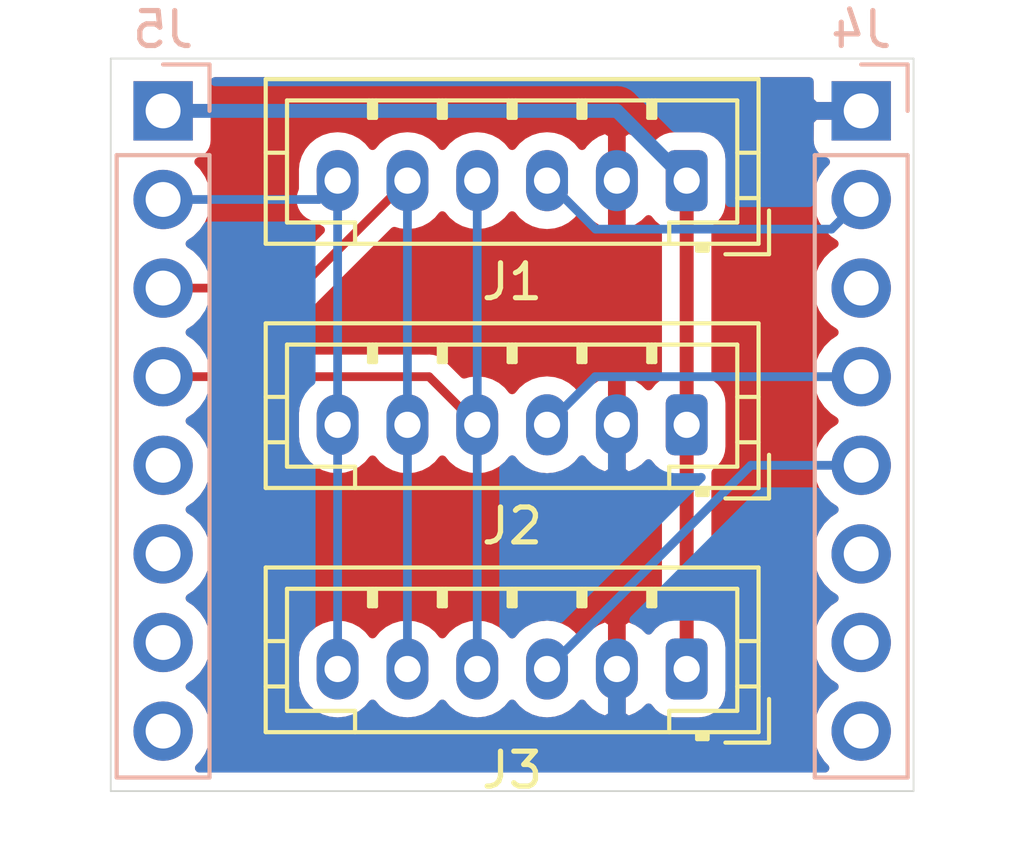
<source format=kicad_pcb>
(kicad_pcb (version 20171130) (host pcbnew "(5.1.10)-1")

  (general
    (thickness 1.6)
    (drawings 4)
    (tracks 20)
    (zones 0)
    (modules 5)
    (nets 17)
  )

  (page A4)
  (layers
    (0 F.Cu signal)
    (31 B.Cu signal)
    (32 B.Adhes user)
    (33 F.Adhes user)
    (34 B.Paste user)
    (35 F.Paste user)
    (36 B.SilkS user)
    (37 F.SilkS user)
    (38 B.Mask user)
    (39 F.Mask user)
    (40 Dwgs.User user)
    (41 Cmts.User user)
    (42 Eco1.User user)
    (43 Eco2.User user)
    (44 Edge.Cuts user)
    (45 Margin user)
    (46 B.CrtYd user)
    (47 F.CrtYd user)
    (48 B.Fab user)
    (49 F.Fab user)
  )

  (setup
    (last_trace_width 0.25)
    (trace_clearance 0.2)
    (zone_clearance 0.508)
    (zone_45_only no)
    (trace_min 0.2)
    (via_size 0.8)
    (via_drill 0.4)
    (via_min_size 0.4)
    (via_min_drill 0.3)
    (uvia_size 0.3)
    (uvia_drill 0.1)
    (uvias_allowed no)
    (uvia_min_size 0.2)
    (uvia_min_drill 0.1)
    (edge_width 0.05)
    (segment_width 0.2)
    (pcb_text_width 0.3)
    (pcb_text_size 1.5 1.5)
    (mod_edge_width 0.12)
    (mod_text_size 1 1)
    (mod_text_width 0.15)
    (pad_size 1.524 1.524)
    (pad_drill 0.762)
    (pad_to_mask_clearance 0)
    (aux_axis_origin 0 0)
    (visible_elements 7FFFFFFF)
    (pcbplotparams
      (layerselection 0x010f0_ffffffff)
      (usegerberextensions true)
      (usegerberattributes false)
      (usegerberadvancedattributes false)
      (creategerberjobfile false)
      (excludeedgelayer true)
      (linewidth 0.100000)
      (plotframeref false)
      (viasonmask false)
      (mode 1)
      (useauxorigin false)
      (hpglpennumber 1)
      (hpglpenspeed 20)
      (hpglpendiameter 15.000000)
      (psnegative false)
      (psa4output false)
      (plotreference true)
      (plotvalue false)
      (plotinvisibletext false)
      (padsonsilk false)
      (subtractmaskfromsilk true)
      (outputformat 1)
      (mirror false)
      (drillshape 0)
      (scaleselection 1)
      (outputdirectory "plots/"))
  )

  (net 0 "")
  (net 1 /PB12)
  (net 2 /SCK)
  (net 3 /MISO)
  (net 4 /MOSI)
  (net 5 +3V3)
  (net 6 GND)
  (net 7 /PD7)
  (net 8 /PD10)
  (net 9 "Net-(J4-Pad7)")
  (net 10 "Net-(J4-Pad6)")
  (net 11 "Net-(J4-Pad8)")
  (net 12 "Net-(J4-Pad3)")
  (net 13 "Net-(J5-Pad5)")
  (net 14 "Net-(J5-Pad6)")
  (net 15 "Net-(J5-Pad7)")
  (net 16 "Net-(J5-Pad8)")

  (net_class Default "This is the default net class."
    (clearance 0.2)
    (trace_width 0.25)
    (via_dia 0.8)
    (via_drill 0.4)
    (uvia_dia 0.3)
    (uvia_drill 0.1)
    (add_net /MISO)
    (add_net /MOSI)
    (add_net /PB12)
    (add_net /PD10)
    (add_net /PD7)
    (add_net /SCK)
    (add_net GND)
    (add_net "Net-(J4-Pad3)")
    (add_net "Net-(J4-Pad6)")
    (add_net "Net-(J4-Pad7)")
    (add_net "Net-(J4-Pad8)")
    (add_net "Net-(J5-Pad5)")
    (add_net "Net-(J5-Pad6)")
    (add_net "Net-(J5-Pad7)")
    (add_net "Net-(J5-Pad8)")
  )

  (net_class Rails ""
    (clearance 0.2)
    (trace_width 0.4)
    (via_dia 0.8)
    (via_drill 0.4)
    (uvia_dia 0.3)
    (uvia_drill 0.1)
    (add_net +3V3)
  )

  (module Connector_PinHeader_2.54mm:PinHeader_1x08_P2.54mm_Vertical (layer B.Cu) (tedit 59FED5CC) (tstamp 6150B816)
    (at 91 41.5 180)
    (descr "Through hole straight pin header, 1x08, 2.54mm pitch, single row")
    (tags "Through hole pin header THT 1x08 2.54mm single row")
    (path /614E742E)
    (fp_text reference J5 (at 0 2.33) (layer B.SilkS)
      (effects (font (size 1 1) (thickness 0.15)) (justify mirror))
    )
    (fp_text value Conn_01x08 (at 0 -20.11) (layer B.Fab)
      (effects (font (size 1 1) (thickness 0.15)) (justify mirror))
    )
    (fp_line (start 1.8 1.8) (end -1.8 1.8) (layer B.CrtYd) (width 0.05))
    (fp_line (start 1.8 -19.55) (end 1.8 1.8) (layer B.CrtYd) (width 0.05))
    (fp_line (start -1.8 -19.55) (end 1.8 -19.55) (layer B.CrtYd) (width 0.05))
    (fp_line (start -1.8 1.8) (end -1.8 -19.55) (layer B.CrtYd) (width 0.05))
    (fp_line (start -1.33 1.33) (end 0 1.33) (layer B.SilkS) (width 0.12))
    (fp_line (start -1.33 0) (end -1.33 1.33) (layer B.SilkS) (width 0.12))
    (fp_line (start -1.33 -1.27) (end 1.33 -1.27) (layer B.SilkS) (width 0.12))
    (fp_line (start 1.33 -1.27) (end 1.33 -19.11) (layer B.SilkS) (width 0.12))
    (fp_line (start -1.33 -1.27) (end -1.33 -19.11) (layer B.SilkS) (width 0.12))
    (fp_line (start -1.33 -19.11) (end 1.33 -19.11) (layer B.SilkS) (width 0.12))
    (fp_line (start -1.27 0.635) (end -0.635 1.27) (layer B.Fab) (width 0.1))
    (fp_line (start -1.27 -19.05) (end -1.27 0.635) (layer B.Fab) (width 0.1))
    (fp_line (start 1.27 -19.05) (end -1.27 -19.05) (layer B.Fab) (width 0.1))
    (fp_line (start 1.27 1.27) (end 1.27 -19.05) (layer B.Fab) (width 0.1))
    (fp_line (start -0.635 1.27) (end 1.27 1.27) (layer B.Fab) (width 0.1))
    (fp_text user %R (at 0 -8.89 270) (layer B.Fab)
      (effects (font (size 1 1) (thickness 0.15)) (justify mirror))
    )
    (pad 1 thru_hole rect (at 0 0 180) (size 1.7 1.7) (drill 1) (layers *.Cu *.Mask)
      (net 5 +3V3))
    (pad 2 thru_hole oval (at 0 -2.54 180) (size 1.7 1.7) (drill 1) (layers *.Cu *.Mask)
      (net 4 /MOSI))
    (pad 3 thru_hole oval (at 0 -5.08 180) (size 1.7 1.7) (drill 1) (layers *.Cu *.Mask)
      (net 3 /MISO))
    (pad 4 thru_hole oval (at 0 -7.62 180) (size 1.7 1.7) (drill 1) (layers *.Cu *.Mask)
      (net 2 /SCK))
    (pad 5 thru_hole oval (at 0 -10.16 180) (size 1.7 1.7) (drill 1) (layers *.Cu *.Mask)
      (net 13 "Net-(J5-Pad5)"))
    (pad 6 thru_hole oval (at 0 -12.7 180) (size 1.7 1.7) (drill 1) (layers *.Cu *.Mask)
      (net 14 "Net-(J5-Pad6)"))
    (pad 7 thru_hole oval (at 0 -15.24 180) (size 1.7 1.7) (drill 1) (layers *.Cu *.Mask)
      (net 15 "Net-(J5-Pad7)"))
    (pad 8 thru_hole oval (at 0 -17.78 180) (size 1.7 1.7) (drill 1) (layers *.Cu *.Mask)
      (net 16 "Net-(J5-Pad8)"))
    (model ${KISYS3DMOD}/Connector_PinHeader_2.54mm.3dshapes/PinHeader_1x08_P2.54mm_Vertical.wrl
      (at (xyz 0 0 0))
      (scale (xyz 1 1 1))
      (rotate (xyz 0 0 0))
    )
  )

  (module Connector_JST:JST_PH_B6B-PH-K_1x06_P2.00mm_Vertical (layer F.Cu) (tedit 5B7745C2) (tstamp 614F443B)
    (at 106 43.5 180)
    (descr "JST PH series connector, B6B-PH-K (http://www.jst-mfg.com/product/pdf/eng/ePH.pdf), generated with kicad-footprint-generator")
    (tags "connector JST PH side entry")
    (path /614EFB69)
    (fp_text reference J1 (at 5 -2.9) (layer F.SilkS)
      (effects (font (size 1 1) (thickness 0.15)))
    )
    (fp_text value Conn_01x06 (at 5 4) (layer F.Fab)
      (effects (font (size 1 1) (thickness 0.15)))
    )
    (fp_line (start 12.45 -2.2) (end -2.45 -2.2) (layer F.CrtYd) (width 0.05))
    (fp_line (start 12.45 3.3) (end 12.45 -2.2) (layer F.CrtYd) (width 0.05))
    (fp_line (start -2.45 3.3) (end 12.45 3.3) (layer F.CrtYd) (width 0.05))
    (fp_line (start -2.45 -2.2) (end -2.45 3.3) (layer F.CrtYd) (width 0.05))
    (fp_line (start 11.95 -1.7) (end -1.95 -1.7) (layer F.Fab) (width 0.1))
    (fp_line (start 11.95 2.8) (end 11.95 -1.7) (layer F.Fab) (width 0.1))
    (fp_line (start -1.95 2.8) (end 11.95 2.8) (layer F.Fab) (width 0.1))
    (fp_line (start -1.95 -1.7) (end -1.95 2.8) (layer F.Fab) (width 0.1))
    (fp_line (start -2.36 -2.11) (end -2.36 -0.86) (layer F.Fab) (width 0.1))
    (fp_line (start -1.11 -2.11) (end -2.36 -2.11) (layer F.Fab) (width 0.1))
    (fp_line (start -2.36 -2.11) (end -2.36 -0.86) (layer F.SilkS) (width 0.12))
    (fp_line (start -1.11 -2.11) (end -2.36 -2.11) (layer F.SilkS) (width 0.12))
    (fp_line (start 9 2.3) (end 9 1.8) (layer F.SilkS) (width 0.12))
    (fp_line (start 9.1 1.8) (end 9.1 2.3) (layer F.SilkS) (width 0.12))
    (fp_line (start 8.9 1.8) (end 9.1 1.8) (layer F.SilkS) (width 0.12))
    (fp_line (start 8.9 2.3) (end 8.9 1.8) (layer F.SilkS) (width 0.12))
    (fp_line (start 7 2.3) (end 7 1.8) (layer F.SilkS) (width 0.12))
    (fp_line (start 7.1 1.8) (end 7.1 2.3) (layer F.SilkS) (width 0.12))
    (fp_line (start 6.9 1.8) (end 7.1 1.8) (layer F.SilkS) (width 0.12))
    (fp_line (start 6.9 2.3) (end 6.9 1.8) (layer F.SilkS) (width 0.12))
    (fp_line (start 5 2.3) (end 5 1.8) (layer F.SilkS) (width 0.12))
    (fp_line (start 5.1 1.8) (end 5.1 2.3) (layer F.SilkS) (width 0.12))
    (fp_line (start 4.9 1.8) (end 5.1 1.8) (layer F.SilkS) (width 0.12))
    (fp_line (start 4.9 2.3) (end 4.9 1.8) (layer F.SilkS) (width 0.12))
    (fp_line (start 3 2.3) (end 3 1.8) (layer F.SilkS) (width 0.12))
    (fp_line (start 3.1 1.8) (end 3.1 2.3) (layer F.SilkS) (width 0.12))
    (fp_line (start 2.9 1.8) (end 3.1 1.8) (layer F.SilkS) (width 0.12))
    (fp_line (start 2.9 2.3) (end 2.9 1.8) (layer F.SilkS) (width 0.12))
    (fp_line (start 1 2.3) (end 1 1.8) (layer F.SilkS) (width 0.12))
    (fp_line (start 1.1 1.8) (end 1.1 2.3) (layer F.SilkS) (width 0.12))
    (fp_line (start 0.9 1.8) (end 1.1 1.8) (layer F.SilkS) (width 0.12))
    (fp_line (start 0.9 2.3) (end 0.9 1.8) (layer F.SilkS) (width 0.12))
    (fp_line (start 12.06 0.8) (end 11.45 0.8) (layer F.SilkS) (width 0.12))
    (fp_line (start 12.06 -0.5) (end 11.45 -0.5) (layer F.SilkS) (width 0.12))
    (fp_line (start -2.06 0.8) (end -1.45 0.8) (layer F.SilkS) (width 0.12))
    (fp_line (start -2.06 -0.5) (end -1.45 -0.5) (layer F.SilkS) (width 0.12))
    (fp_line (start 9.5 -1.2) (end 9.5 -1.81) (layer F.SilkS) (width 0.12))
    (fp_line (start 11.45 -1.2) (end 9.5 -1.2) (layer F.SilkS) (width 0.12))
    (fp_line (start 11.45 2.3) (end 11.45 -1.2) (layer F.SilkS) (width 0.12))
    (fp_line (start -1.45 2.3) (end 11.45 2.3) (layer F.SilkS) (width 0.12))
    (fp_line (start -1.45 -1.2) (end -1.45 2.3) (layer F.SilkS) (width 0.12))
    (fp_line (start 0.5 -1.2) (end -1.45 -1.2) (layer F.SilkS) (width 0.12))
    (fp_line (start 0.5 -1.81) (end 0.5 -1.2) (layer F.SilkS) (width 0.12))
    (fp_line (start -0.3 -1.91) (end -0.6 -1.91) (layer F.SilkS) (width 0.12))
    (fp_line (start -0.6 -2.01) (end -0.6 -1.81) (layer F.SilkS) (width 0.12))
    (fp_line (start -0.3 -2.01) (end -0.6 -2.01) (layer F.SilkS) (width 0.12))
    (fp_line (start -0.3 -1.81) (end -0.3 -2.01) (layer F.SilkS) (width 0.12))
    (fp_line (start 12.06 -1.81) (end -2.06 -1.81) (layer F.SilkS) (width 0.12))
    (fp_line (start 12.06 2.91) (end 12.06 -1.81) (layer F.SilkS) (width 0.12))
    (fp_line (start -2.06 2.91) (end 12.06 2.91) (layer F.SilkS) (width 0.12))
    (fp_line (start -2.06 -1.81) (end -2.06 2.91) (layer F.SilkS) (width 0.12))
    (fp_text user %R (at 5 1.5) (layer F.Fab)
      (effects (font (size 1 1) (thickness 0.15)))
    )
    (pad 1 thru_hole roundrect (at 0 0 180) (size 1.2 1.75) (drill 0.75) (layers *.Cu *.Mask) (roundrect_rratio 0.2083325)
      (net 5 +3V3))
    (pad 2 thru_hole oval (at 2 0 180) (size 1.2 1.75) (drill 0.75) (layers *.Cu *.Mask)
      (net 6 GND))
    (pad 3 thru_hole oval (at 4 0 180) (size 1.2 1.75) (drill 0.75) (layers *.Cu *.Mask)
      (net 1 /PB12))
    (pad 4 thru_hole oval (at 6 0 180) (size 1.2 1.75) (drill 0.75) (layers *.Cu *.Mask)
      (net 2 /SCK))
    (pad 5 thru_hole oval (at 8 0 180) (size 1.2 1.75) (drill 0.75) (layers *.Cu *.Mask)
      (net 3 /MISO))
    (pad 6 thru_hole oval (at 10 0 180) (size 1.2 1.75) (drill 0.75) (layers *.Cu *.Mask)
      (net 4 /MOSI))
    (model ${KISYS3DMOD}/Connector_JST.3dshapes/JST_PH_B6B-PH-K_1x06_P2.00mm_Vertical.wrl
      (at (xyz 0 0 0))
      (scale (xyz 1 1 1))
      (rotate (xyz 0 0 0))
    )
  )

  (module Connector_PinHeader_2.54mm:PinHeader_1x08_P2.54mm_Vertical (layer B.Cu) (tedit 59FED5CC) (tstamp 614F45E4)
    (at 111 41.5 180)
    (descr "Through hole straight pin header, 1x08, 2.54mm pitch, single row")
    (tags "Through hole pin header THT 1x08 2.54mm single row")
    (path /614E6135)
    (fp_text reference J4 (at 0 2.33) (layer B.SilkS)
      (effects (font (size 1 1) (thickness 0.15)) (justify mirror))
    )
    (fp_text value Conn_01x08 (at 0 -20.11) (layer B.Fab)
      (effects (font (size 1 1) (thickness 0.15)) (justify mirror))
    )
    (fp_line (start -0.635 1.27) (end 1.27 1.27) (layer B.Fab) (width 0.1))
    (fp_line (start 1.27 1.27) (end 1.27 -19.05) (layer B.Fab) (width 0.1))
    (fp_line (start 1.27 -19.05) (end -1.27 -19.05) (layer B.Fab) (width 0.1))
    (fp_line (start -1.27 -19.05) (end -1.27 0.635) (layer B.Fab) (width 0.1))
    (fp_line (start -1.27 0.635) (end -0.635 1.27) (layer B.Fab) (width 0.1))
    (fp_line (start -1.33 -19.11) (end 1.33 -19.11) (layer B.SilkS) (width 0.12))
    (fp_line (start -1.33 -1.27) (end -1.33 -19.11) (layer B.SilkS) (width 0.12))
    (fp_line (start 1.33 -1.27) (end 1.33 -19.11) (layer B.SilkS) (width 0.12))
    (fp_line (start -1.33 -1.27) (end 1.33 -1.27) (layer B.SilkS) (width 0.12))
    (fp_line (start -1.33 0) (end -1.33 1.33) (layer B.SilkS) (width 0.12))
    (fp_line (start -1.33 1.33) (end 0 1.33) (layer B.SilkS) (width 0.12))
    (fp_line (start -1.8 1.8) (end -1.8 -19.55) (layer B.CrtYd) (width 0.05))
    (fp_line (start -1.8 -19.55) (end 1.8 -19.55) (layer B.CrtYd) (width 0.05))
    (fp_line (start 1.8 -19.55) (end 1.8 1.8) (layer B.CrtYd) (width 0.05))
    (fp_line (start 1.8 1.8) (end -1.8 1.8) (layer B.CrtYd) (width 0.05))
    (fp_text user %R (at 0 -8.89 270) (layer B.Fab)
      (effects (font (size 1 1) (thickness 0.15)) (justify mirror))
    )
    (pad 8 thru_hole oval (at 0 -17.78 180) (size 1.7 1.7) (drill 1) (layers *.Cu *.Mask)
      (net 11 "Net-(J4-Pad8)"))
    (pad 7 thru_hole oval (at 0 -15.24 180) (size 1.7 1.7) (drill 1) (layers *.Cu *.Mask)
      (net 9 "Net-(J4-Pad7)"))
    (pad 6 thru_hole oval (at 0 -12.7 180) (size 1.7 1.7) (drill 1) (layers *.Cu *.Mask)
      (net 10 "Net-(J4-Pad6)"))
    (pad 5 thru_hole oval (at 0 -10.16 180) (size 1.7 1.7) (drill 1) (layers *.Cu *.Mask)
      (net 8 /PD10))
    (pad 4 thru_hole oval (at 0 -7.62 180) (size 1.7 1.7) (drill 1) (layers *.Cu *.Mask)
      (net 7 /PD7))
    (pad 3 thru_hole oval (at 0 -5.08 180) (size 1.7 1.7) (drill 1) (layers *.Cu *.Mask)
      (net 12 "Net-(J4-Pad3)"))
    (pad 2 thru_hole oval (at 0 -2.54 180) (size 1.7 1.7) (drill 1) (layers *.Cu *.Mask)
      (net 1 /PB12))
    (pad 1 thru_hole rect (at 0 0 180) (size 1.7 1.7) (drill 1) (layers *.Cu *.Mask)
      (net 6 GND))
    (model ${KISYS3DMOD}/Connector_PinHeader_2.54mm.3dshapes/PinHeader_1x08_P2.54mm_Vertical.wrl
      (at (xyz 0 0 0))
      (scale (xyz 1 1 1))
      (rotate (xyz 0 0 0))
    )
  )

  (module Connector_JST:JST_PH_B6B-PH-K_1x06_P2.00mm_Vertical (layer F.Cu) (tedit 5B7745C2) (tstamp 614F44F2)
    (at 106 50.5 180)
    (descr "JST PH series connector, B6B-PH-K (http://www.jst-mfg.com/product/pdf/eng/ePH.pdf), generated with kicad-footprint-generator")
    (tags "connector JST PH side entry")
    (path /614F2A1E)
    (fp_text reference J2 (at 5 -2.9) (layer F.SilkS)
      (effects (font (size 1 1) (thickness 0.15)))
    )
    (fp_text value Conn_01x06 (at 5 4) (layer F.Fab)
      (effects (font (size 1 1) (thickness 0.15)))
    )
    (fp_line (start -2.06 -1.81) (end -2.06 2.91) (layer F.SilkS) (width 0.12))
    (fp_line (start -2.06 2.91) (end 12.06 2.91) (layer F.SilkS) (width 0.12))
    (fp_line (start 12.06 2.91) (end 12.06 -1.81) (layer F.SilkS) (width 0.12))
    (fp_line (start 12.06 -1.81) (end -2.06 -1.81) (layer F.SilkS) (width 0.12))
    (fp_line (start -0.3 -1.81) (end -0.3 -2.01) (layer F.SilkS) (width 0.12))
    (fp_line (start -0.3 -2.01) (end -0.6 -2.01) (layer F.SilkS) (width 0.12))
    (fp_line (start -0.6 -2.01) (end -0.6 -1.81) (layer F.SilkS) (width 0.12))
    (fp_line (start -0.3 -1.91) (end -0.6 -1.91) (layer F.SilkS) (width 0.12))
    (fp_line (start 0.5 -1.81) (end 0.5 -1.2) (layer F.SilkS) (width 0.12))
    (fp_line (start 0.5 -1.2) (end -1.45 -1.2) (layer F.SilkS) (width 0.12))
    (fp_line (start -1.45 -1.2) (end -1.45 2.3) (layer F.SilkS) (width 0.12))
    (fp_line (start -1.45 2.3) (end 11.45 2.3) (layer F.SilkS) (width 0.12))
    (fp_line (start 11.45 2.3) (end 11.45 -1.2) (layer F.SilkS) (width 0.12))
    (fp_line (start 11.45 -1.2) (end 9.5 -1.2) (layer F.SilkS) (width 0.12))
    (fp_line (start 9.5 -1.2) (end 9.5 -1.81) (layer F.SilkS) (width 0.12))
    (fp_line (start -2.06 -0.5) (end -1.45 -0.5) (layer F.SilkS) (width 0.12))
    (fp_line (start -2.06 0.8) (end -1.45 0.8) (layer F.SilkS) (width 0.12))
    (fp_line (start 12.06 -0.5) (end 11.45 -0.5) (layer F.SilkS) (width 0.12))
    (fp_line (start 12.06 0.8) (end 11.45 0.8) (layer F.SilkS) (width 0.12))
    (fp_line (start 0.9 2.3) (end 0.9 1.8) (layer F.SilkS) (width 0.12))
    (fp_line (start 0.9 1.8) (end 1.1 1.8) (layer F.SilkS) (width 0.12))
    (fp_line (start 1.1 1.8) (end 1.1 2.3) (layer F.SilkS) (width 0.12))
    (fp_line (start 1 2.3) (end 1 1.8) (layer F.SilkS) (width 0.12))
    (fp_line (start 2.9 2.3) (end 2.9 1.8) (layer F.SilkS) (width 0.12))
    (fp_line (start 2.9 1.8) (end 3.1 1.8) (layer F.SilkS) (width 0.12))
    (fp_line (start 3.1 1.8) (end 3.1 2.3) (layer F.SilkS) (width 0.12))
    (fp_line (start 3 2.3) (end 3 1.8) (layer F.SilkS) (width 0.12))
    (fp_line (start 4.9 2.3) (end 4.9 1.8) (layer F.SilkS) (width 0.12))
    (fp_line (start 4.9 1.8) (end 5.1 1.8) (layer F.SilkS) (width 0.12))
    (fp_line (start 5.1 1.8) (end 5.1 2.3) (layer F.SilkS) (width 0.12))
    (fp_line (start 5 2.3) (end 5 1.8) (layer F.SilkS) (width 0.12))
    (fp_line (start 6.9 2.3) (end 6.9 1.8) (layer F.SilkS) (width 0.12))
    (fp_line (start 6.9 1.8) (end 7.1 1.8) (layer F.SilkS) (width 0.12))
    (fp_line (start 7.1 1.8) (end 7.1 2.3) (layer F.SilkS) (width 0.12))
    (fp_line (start 7 2.3) (end 7 1.8) (layer F.SilkS) (width 0.12))
    (fp_line (start 8.9 2.3) (end 8.9 1.8) (layer F.SilkS) (width 0.12))
    (fp_line (start 8.9 1.8) (end 9.1 1.8) (layer F.SilkS) (width 0.12))
    (fp_line (start 9.1 1.8) (end 9.1 2.3) (layer F.SilkS) (width 0.12))
    (fp_line (start 9 2.3) (end 9 1.8) (layer F.SilkS) (width 0.12))
    (fp_line (start -1.11 -2.11) (end -2.36 -2.11) (layer F.SilkS) (width 0.12))
    (fp_line (start -2.36 -2.11) (end -2.36 -0.86) (layer F.SilkS) (width 0.12))
    (fp_line (start -1.11 -2.11) (end -2.36 -2.11) (layer F.Fab) (width 0.1))
    (fp_line (start -2.36 -2.11) (end -2.36 -0.86) (layer F.Fab) (width 0.1))
    (fp_line (start -1.95 -1.7) (end -1.95 2.8) (layer F.Fab) (width 0.1))
    (fp_line (start -1.95 2.8) (end 11.95 2.8) (layer F.Fab) (width 0.1))
    (fp_line (start 11.95 2.8) (end 11.95 -1.7) (layer F.Fab) (width 0.1))
    (fp_line (start 11.95 -1.7) (end -1.95 -1.7) (layer F.Fab) (width 0.1))
    (fp_line (start -2.45 -2.2) (end -2.45 3.3) (layer F.CrtYd) (width 0.05))
    (fp_line (start -2.45 3.3) (end 12.45 3.3) (layer F.CrtYd) (width 0.05))
    (fp_line (start 12.45 3.3) (end 12.45 -2.2) (layer F.CrtYd) (width 0.05))
    (fp_line (start 12.45 -2.2) (end -2.45 -2.2) (layer F.CrtYd) (width 0.05))
    (fp_text user %R (at 5 1.5) (layer F.Fab)
      (effects (font (size 1 1) (thickness 0.15)))
    )
    (pad 6 thru_hole oval (at 10 0 180) (size 1.2 1.75) (drill 0.75) (layers *.Cu *.Mask)
      (net 4 /MOSI))
    (pad 5 thru_hole oval (at 8 0 180) (size 1.2 1.75) (drill 0.75) (layers *.Cu *.Mask)
      (net 3 /MISO))
    (pad 4 thru_hole oval (at 6 0 180) (size 1.2 1.75) (drill 0.75) (layers *.Cu *.Mask)
      (net 2 /SCK))
    (pad 3 thru_hole oval (at 4 0 180) (size 1.2 1.75) (drill 0.75) (layers *.Cu *.Mask)
      (net 7 /PD7))
    (pad 2 thru_hole oval (at 2 0 180) (size 1.2 1.75) (drill 0.75) (layers *.Cu *.Mask)
      (net 6 GND))
    (pad 1 thru_hole roundrect (at 0 0 180) (size 1.2 1.75) (drill 0.75) (layers *.Cu *.Mask) (roundrect_rratio 0.2083325)
      (net 5 +3V3))
    (model ${KISYS3DMOD}/Connector_JST.3dshapes/JST_PH_B6B-PH-K_1x06_P2.00mm_Vertical.wrl
      (at (xyz 0 0 0))
      (scale (xyz 1 1 1))
      (rotate (xyz 0 0 0))
    )
  )

  (module Connector_JST:JST_PH_B6B-PH-K_1x06_P2.00mm_Vertical (layer F.Cu) (tedit 5B7745C2) (tstamp 614F4657)
    (at 106 57.5 180)
    (descr "JST PH series connector, B6B-PH-K (http://www.jst-mfg.com/product/pdf/eng/ePH.pdf), generated with kicad-footprint-generator")
    (tags "connector JST PH side entry")
    (path /614F3598)
    (fp_text reference J3 (at 5 -2.9) (layer F.SilkS)
      (effects (font (size 1 1) (thickness 0.15)))
    )
    (fp_text value Conn_01x06 (at 5 4) (layer F.Fab)
      (effects (font (size 1 1) (thickness 0.15)))
    )
    (fp_line (start 12.45 -2.2) (end -2.45 -2.2) (layer F.CrtYd) (width 0.05))
    (fp_line (start 12.45 3.3) (end 12.45 -2.2) (layer F.CrtYd) (width 0.05))
    (fp_line (start -2.45 3.3) (end 12.45 3.3) (layer F.CrtYd) (width 0.05))
    (fp_line (start -2.45 -2.2) (end -2.45 3.3) (layer F.CrtYd) (width 0.05))
    (fp_line (start 11.95 -1.7) (end -1.95 -1.7) (layer F.Fab) (width 0.1))
    (fp_line (start 11.95 2.8) (end 11.95 -1.7) (layer F.Fab) (width 0.1))
    (fp_line (start -1.95 2.8) (end 11.95 2.8) (layer F.Fab) (width 0.1))
    (fp_line (start -1.95 -1.7) (end -1.95 2.8) (layer F.Fab) (width 0.1))
    (fp_line (start -2.36 -2.11) (end -2.36 -0.86) (layer F.Fab) (width 0.1))
    (fp_line (start -1.11 -2.11) (end -2.36 -2.11) (layer F.Fab) (width 0.1))
    (fp_line (start -2.36 -2.11) (end -2.36 -0.86) (layer F.SilkS) (width 0.12))
    (fp_line (start -1.11 -2.11) (end -2.36 -2.11) (layer F.SilkS) (width 0.12))
    (fp_line (start 9 2.3) (end 9 1.8) (layer F.SilkS) (width 0.12))
    (fp_line (start 9.1 1.8) (end 9.1 2.3) (layer F.SilkS) (width 0.12))
    (fp_line (start 8.9 1.8) (end 9.1 1.8) (layer F.SilkS) (width 0.12))
    (fp_line (start 8.9 2.3) (end 8.9 1.8) (layer F.SilkS) (width 0.12))
    (fp_line (start 7 2.3) (end 7 1.8) (layer F.SilkS) (width 0.12))
    (fp_line (start 7.1 1.8) (end 7.1 2.3) (layer F.SilkS) (width 0.12))
    (fp_line (start 6.9 1.8) (end 7.1 1.8) (layer F.SilkS) (width 0.12))
    (fp_line (start 6.9 2.3) (end 6.9 1.8) (layer F.SilkS) (width 0.12))
    (fp_line (start 5 2.3) (end 5 1.8) (layer F.SilkS) (width 0.12))
    (fp_line (start 5.1 1.8) (end 5.1 2.3) (layer F.SilkS) (width 0.12))
    (fp_line (start 4.9 1.8) (end 5.1 1.8) (layer F.SilkS) (width 0.12))
    (fp_line (start 4.9 2.3) (end 4.9 1.8) (layer F.SilkS) (width 0.12))
    (fp_line (start 3 2.3) (end 3 1.8) (layer F.SilkS) (width 0.12))
    (fp_line (start 3.1 1.8) (end 3.1 2.3) (layer F.SilkS) (width 0.12))
    (fp_line (start 2.9 1.8) (end 3.1 1.8) (layer F.SilkS) (width 0.12))
    (fp_line (start 2.9 2.3) (end 2.9 1.8) (layer F.SilkS) (width 0.12))
    (fp_line (start 1 2.3) (end 1 1.8) (layer F.SilkS) (width 0.12))
    (fp_line (start 1.1 1.8) (end 1.1 2.3) (layer F.SilkS) (width 0.12))
    (fp_line (start 0.9 1.8) (end 1.1 1.8) (layer F.SilkS) (width 0.12))
    (fp_line (start 0.9 2.3) (end 0.9 1.8) (layer F.SilkS) (width 0.12))
    (fp_line (start 12.06 0.8) (end 11.45 0.8) (layer F.SilkS) (width 0.12))
    (fp_line (start 12.06 -0.5) (end 11.45 -0.5) (layer F.SilkS) (width 0.12))
    (fp_line (start -2.06 0.8) (end -1.45 0.8) (layer F.SilkS) (width 0.12))
    (fp_line (start -2.06 -0.5) (end -1.45 -0.5) (layer F.SilkS) (width 0.12))
    (fp_line (start 9.5 -1.2) (end 9.5 -1.81) (layer F.SilkS) (width 0.12))
    (fp_line (start 11.45 -1.2) (end 9.5 -1.2) (layer F.SilkS) (width 0.12))
    (fp_line (start 11.45 2.3) (end 11.45 -1.2) (layer F.SilkS) (width 0.12))
    (fp_line (start -1.45 2.3) (end 11.45 2.3) (layer F.SilkS) (width 0.12))
    (fp_line (start -1.45 -1.2) (end -1.45 2.3) (layer F.SilkS) (width 0.12))
    (fp_line (start 0.5 -1.2) (end -1.45 -1.2) (layer F.SilkS) (width 0.12))
    (fp_line (start 0.5 -1.81) (end 0.5 -1.2) (layer F.SilkS) (width 0.12))
    (fp_line (start -0.3 -1.91) (end -0.6 -1.91) (layer F.SilkS) (width 0.12))
    (fp_line (start -0.6 -2.01) (end -0.6 -1.81) (layer F.SilkS) (width 0.12))
    (fp_line (start -0.3 -2.01) (end -0.6 -2.01) (layer F.SilkS) (width 0.12))
    (fp_line (start -0.3 -1.81) (end -0.3 -2.01) (layer F.SilkS) (width 0.12))
    (fp_line (start 12.06 -1.81) (end -2.06 -1.81) (layer F.SilkS) (width 0.12))
    (fp_line (start 12.06 2.91) (end 12.06 -1.81) (layer F.SilkS) (width 0.12))
    (fp_line (start -2.06 2.91) (end 12.06 2.91) (layer F.SilkS) (width 0.12))
    (fp_line (start -2.06 -1.81) (end -2.06 2.91) (layer F.SilkS) (width 0.12))
    (fp_text user %R (at 5 1.5) (layer F.Fab)
      (effects (font (size 1 1) (thickness 0.15)))
    )
    (pad 1 thru_hole roundrect (at 0 0 180) (size 1.2 1.75) (drill 0.75) (layers *.Cu *.Mask) (roundrect_rratio 0.2083325)
      (net 5 +3V3))
    (pad 2 thru_hole oval (at 2 0 180) (size 1.2 1.75) (drill 0.75) (layers *.Cu *.Mask)
      (net 6 GND))
    (pad 3 thru_hole oval (at 4 0 180) (size 1.2 1.75) (drill 0.75) (layers *.Cu *.Mask)
      (net 8 /PD10))
    (pad 4 thru_hole oval (at 6 0 180) (size 1.2 1.75) (drill 0.75) (layers *.Cu *.Mask)
      (net 2 /SCK))
    (pad 5 thru_hole oval (at 8 0 180) (size 1.2 1.75) (drill 0.75) (layers *.Cu *.Mask)
      (net 3 /MISO))
    (pad 6 thru_hole oval (at 10 0 180) (size 1.2 1.75) (drill 0.75) (layers *.Cu *.Mask)
      (net 4 /MOSI))
    (model ${KISYS3DMOD}/Connector_JST.3dshapes/JST_PH_B6B-PH-K_1x06_P2.00mm_Vertical.wrl
      (at (xyz 0 0 0))
      (scale (xyz 1 1 1))
      (rotate (xyz 0 0 0))
    )
  )

  (gr_line (start 89.5 61) (end 89.5 40) (layer Edge.Cuts) (width 0.05) (tstamp 61508752))
  (gr_line (start 112.5 61) (end 89.5 61) (layer Edge.Cuts) (width 0.05))
  (gr_line (start 112.5 40) (end 112.5 61) (layer Edge.Cuts) (width 0.05))
  (gr_line (start 89.5 40) (end 112.5 40) (layer Edge.Cuts) (width 0.05))

  (segment (start 111 44.04) (end 110.150001 44.889999) (width 0.25) (layer B.Cu) (net 1) (status 10))
  (segment (start 110.150001 44.889999) (end 103.389999 44.889999) (width 0.25) (layer B.Cu) (net 1))
  (segment (start 103.389999 44.889999) (end 102 43.5) (width 0.25) (layer B.Cu) (net 1) (status 20))
  (segment (start 100 43.5) (end 100 57.5) (width 0.25) (layer B.Cu) (net 2) (status 30))
  (segment (start 98.62 49.12) (end 100 50.5) (width 0.25) (layer F.Cu) (net 2))
  (segment (start 91 49.12) (end 98.62 49.12) (width 0.25) (layer F.Cu) (net 2))
  (segment (start 98 43.5) (end 98 57.5) (width 0.25) (layer B.Cu) (net 3) (status 30))
  (segment (start 94.92 46.58) (end 98 43.5) (width 0.25) (layer F.Cu) (net 3))
  (segment (start 91 46.58) (end 94.92 46.58) (width 0.25) (layer F.Cu) (net 3))
  (segment (start 95.46 44.04) (end 96 43.5) (width 0.25) (layer F.Cu) (net 4) (status 20))
  (segment (start 96 43.5) (end 96 57.5) (width 0.25) (layer B.Cu) (net 4) (status 30))
  (segment (start 95.46 44.04) (end 96 43.5) (width 0.25) (layer B.Cu) (net 4))
  (segment (start 91 44.04) (end 95.46 44.04) (width 0.25) (layer B.Cu) (net 4))
  (segment (start 104 41.5) (end 106 43.5) (width 0.4) (layer B.Cu) (net 5))
  (segment (start 91 41.5) (end 104 41.5) (width 0.4) (layer B.Cu) (net 5))
  (segment (start 106 43.5) (end 106 57.5) (width 0.4) (layer F.Cu) (net 5))
  (segment (start 111 49.12) (end 103.38 49.12) (width 0.25) (layer B.Cu) (net 7) (status 10))
  (segment (start 103.38 49.12) (end 102 50.5) (width 0.25) (layer B.Cu) (net 7) (status 20))
  (segment (start 111 51.66) (end 107.84 51.66) (width 0.25) (layer B.Cu) (net 8) (status 10))
  (segment (start 107.84 51.66) (end 102 57.5) (width 0.25) (layer B.Cu) (net 8) (status 20))

  (zone (net 6) (net_name GND) (layer B.Cu) (tstamp 6150C486) (hatch edge 0.508)
    (connect_pads (clearance 0.508))
    (min_thickness 0.254)
    (fill yes (arc_segments 32) (thermal_gap 0.508) (thermal_bridge_width 0.508))
    (polygon
      (pts
        (xy 112 61) (xy 89.5 61) (xy 89.5 40) (xy 112 40)
      )
    )
    (filled_polygon
      (pts
        (xy 95.24 49.251067) (xy 95.122499 49.347498) (xy 94.968168 49.535551) (xy 94.853489 49.750099) (xy 94.78287 49.982898)
        (xy 94.765 50.164335) (xy 94.765 50.835664) (xy 94.78287 51.017101) (xy 94.853489 51.2499) (xy 94.968167 51.464448)
        (xy 95.122498 51.652502) (xy 95.240001 51.748934) (xy 95.240001 56.251067) (xy 95.122499 56.347498) (xy 94.968168 56.535551)
        (xy 94.853489 56.750099) (xy 94.78287 56.982898) (xy 94.765 57.164335) (xy 94.765 57.835664) (xy 94.78287 58.017101)
        (xy 94.853489 58.2499) (xy 94.968167 58.464448) (xy 95.122498 58.652502) (xy 95.310551 58.806833) (xy 95.525099 58.921511)
        (xy 95.757898 58.99213) (xy 96 59.015975) (xy 96.242101 58.99213) (xy 96.4749 58.921511) (xy 96.689448 58.806833)
        (xy 96.877502 58.652502) (xy 97 58.503237) (xy 97.122498 58.652502) (xy 97.310551 58.806833) (xy 97.525099 58.921511)
        (xy 97.757898 58.99213) (xy 98 59.015975) (xy 98.242101 58.99213) (xy 98.4749 58.921511) (xy 98.689448 58.806833)
        (xy 98.877502 58.652502) (xy 99 58.503237) (xy 99.122498 58.652502) (xy 99.310551 58.806833) (xy 99.525099 58.921511)
        (xy 99.757898 58.99213) (xy 100 59.015975) (xy 100.242101 58.99213) (xy 100.4749 58.921511) (xy 100.689448 58.806833)
        (xy 100.877502 58.652502) (xy 101 58.503237) (xy 101.122498 58.652502) (xy 101.310551 58.806833) (xy 101.525099 58.921511)
        (xy 101.757898 58.99213) (xy 102 59.015975) (xy 102.242101 58.99213) (xy 102.4749 58.921511) (xy 102.689448 58.806833)
        (xy 102.877502 58.652502) (xy 103.000481 58.502652) (xy 103.043693 58.566725) (xy 103.216526 58.738078) (xy 103.419467 58.872421)
        (xy 103.644718 58.964591) (xy 103.682391 58.968462) (xy 103.873 58.843731) (xy 103.873 57.627) (xy 103.853 57.627)
        (xy 103.853 57.373) (xy 103.873 57.373) (xy 103.873 57.353) (xy 104.127 57.353) (xy 104.127 57.373)
        (xy 104.147 57.373) (xy 104.147 57.627) (xy 104.127 57.627) (xy 104.127 58.843731) (xy 104.317609 58.968462)
        (xy 104.355282 58.964591) (xy 104.580533 58.872421) (xy 104.783474 58.738078) (xy 104.909033 58.613594) (xy 104.911595 58.618387)
        (xy 105.022038 58.752962) (xy 105.156613 58.863405) (xy 105.310149 58.945472) (xy 105.476745 58.996008) (xy 105.649999 59.013072)
        (xy 106.350001 59.013072) (xy 106.523255 58.996008) (xy 106.689851 58.945472) (xy 106.843387 58.863405) (xy 106.977962 58.752962)
        (xy 107.088405 58.618387) (xy 107.170472 58.464851) (xy 107.221008 58.298255) (xy 107.238072 58.125001) (xy 107.238072 56.874999)
        (xy 107.221008 56.701745) (xy 107.170472 56.535149) (xy 107.088405 56.381613) (xy 106.977962 56.247038) (xy 106.843387 56.136595)
        (xy 106.689851 56.054528) (xy 106.523255 56.003992) (xy 106.350001 55.986928) (xy 105.649999 55.986928) (xy 105.476745 56.003992)
        (xy 105.310149 56.054528) (xy 105.156613 56.136595) (xy 105.022038 56.247038) (xy 104.911595 56.381613) (xy 104.909033 56.386406)
        (xy 104.783474 56.261922) (xy 104.580533 56.127579) (xy 104.485932 56.088869) (xy 108.154802 52.42) (xy 109.721822 52.42)
        (xy 109.846525 52.606632) (xy 110.053368 52.813475) (xy 110.22776 52.93) (xy 110.053368 53.046525) (xy 109.846525 53.253368)
        (xy 109.68401 53.496589) (xy 109.572068 53.766842) (xy 109.515 54.05374) (xy 109.515 54.34626) (xy 109.572068 54.633158)
        (xy 109.68401 54.903411) (xy 109.846525 55.146632) (xy 110.053368 55.353475) (xy 110.22776 55.47) (xy 110.053368 55.586525)
        (xy 109.846525 55.793368) (xy 109.68401 56.036589) (xy 109.572068 56.306842) (xy 109.515 56.59374) (xy 109.515 56.88626)
        (xy 109.572068 57.173158) (xy 109.68401 57.443411) (xy 109.846525 57.686632) (xy 110.053368 57.893475) (xy 110.22776 58.01)
        (xy 110.053368 58.126525) (xy 109.846525 58.333368) (xy 109.68401 58.576589) (xy 109.572068 58.846842) (xy 109.515 59.13374)
        (xy 109.515 59.42626) (xy 109.572068 59.713158) (xy 109.68401 59.983411) (xy 109.846525 60.226632) (xy 109.959893 60.34)
        (xy 92.040107 60.34) (xy 92.153475 60.226632) (xy 92.31599 59.983411) (xy 92.427932 59.713158) (xy 92.485 59.42626)
        (xy 92.485 59.13374) (xy 92.427932 58.846842) (xy 92.31599 58.576589) (xy 92.153475 58.333368) (xy 91.946632 58.126525)
        (xy 91.77224 58.01) (xy 91.946632 57.893475) (xy 92.153475 57.686632) (xy 92.31599 57.443411) (xy 92.427932 57.173158)
        (xy 92.485 56.88626) (xy 92.485 56.59374) (xy 92.427932 56.306842) (xy 92.31599 56.036589) (xy 92.153475 55.793368)
        (xy 91.946632 55.586525) (xy 91.77224 55.47) (xy 91.946632 55.353475) (xy 92.153475 55.146632) (xy 92.31599 54.903411)
        (xy 92.427932 54.633158) (xy 92.485 54.34626) (xy 92.485 54.05374) (xy 92.427932 53.766842) (xy 92.31599 53.496589)
        (xy 92.153475 53.253368) (xy 91.946632 53.046525) (xy 91.77224 52.93) (xy 91.946632 52.813475) (xy 92.153475 52.606632)
        (xy 92.31599 52.363411) (xy 92.427932 52.093158) (xy 92.485 51.80626) (xy 92.485 51.51374) (xy 92.427932 51.226842)
        (xy 92.31599 50.956589) (xy 92.153475 50.713368) (xy 91.946632 50.506525) (xy 91.77224 50.39) (xy 91.946632 50.273475)
        (xy 92.153475 50.066632) (xy 92.31599 49.823411) (xy 92.427932 49.553158) (xy 92.485 49.26626) (xy 92.485 48.97374)
        (xy 92.427932 48.686842) (xy 92.31599 48.416589) (xy 92.153475 48.173368) (xy 91.946632 47.966525) (xy 91.77224 47.85)
        (xy 91.946632 47.733475) (xy 92.153475 47.526632) (xy 92.31599 47.283411) (xy 92.427932 47.013158) (xy 92.485 46.72626)
        (xy 92.485 46.43374) (xy 92.427932 46.146842) (xy 92.31599 45.876589) (xy 92.153475 45.633368) (xy 91.946632 45.426525)
        (xy 91.77224 45.31) (xy 91.946632 45.193475) (xy 92.153475 44.986632) (xy 92.278178 44.8) (xy 95.24 44.8)
      )
    )
    (filled_polygon
      (pts
        (xy 104.127 50.373) (xy 104.147 50.373) (xy 104.147 50.627) (xy 104.127 50.627) (xy 104.127 51.843731)
        (xy 104.317609 51.968462) (xy 104.355282 51.964591) (xy 104.580533 51.872421) (xy 104.783474 51.738078) (xy 104.909033 51.613594)
        (xy 104.911595 51.618387) (xy 105.022038 51.752962) (xy 105.156613 51.863405) (xy 105.310149 51.945472) (xy 105.476745 51.996008)
        (xy 105.649999 52.013072) (xy 106.350001 52.013072) (xy 106.418913 52.006285) (xy 102.376546 56.048653) (xy 102.242102 56.00787)
        (xy 102 55.984025) (xy 101.757899 56.00787) (xy 101.5251 56.078489) (xy 101.310552 56.193167) (xy 101.122499 56.347498)
        (xy 101.000001 56.496763) (xy 100.877502 56.347498) (xy 100.76 56.251067) (xy 100.76 51.748933) (xy 100.877502 51.652502)
        (xy 101 51.503237) (xy 101.122498 51.652502) (xy 101.310551 51.806833) (xy 101.525099 51.921511) (xy 101.757898 51.99213)
        (xy 102 52.015975) (xy 102.242101 51.99213) (xy 102.4749 51.921511) (xy 102.689448 51.806833) (xy 102.877502 51.652502)
        (xy 103.000481 51.502652) (xy 103.043693 51.566725) (xy 103.216526 51.738078) (xy 103.419467 51.872421) (xy 103.644718 51.964591)
        (xy 103.682391 51.968462) (xy 103.873 51.843731) (xy 103.873 50.627) (xy 103.853 50.627) (xy 103.853 50.373)
        (xy 103.873 50.373) (xy 103.873 50.353) (xy 104.127 50.353)
      )
    )
    (filled_polygon
      (pts
        (xy 109.515 41.21425) (xy 109.67375 41.373) (xy 110.873 41.373) (xy 110.873 41.353) (xy 111.127 41.353)
        (xy 111.127 41.373) (xy 111.147 41.373) (xy 111.147 41.627) (xy 111.127 41.627) (xy 111.127 41.647)
        (xy 110.873 41.647) (xy 110.873 41.627) (xy 109.67375 41.627) (xy 109.515 41.78575) (xy 109.511928 42.35)
        (xy 109.524188 42.474482) (xy 109.560498 42.59418) (xy 109.619463 42.704494) (xy 109.698815 42.801185) (xy 109.795506 42.880537)
        (xy 109.90582 42.939502) (xy 109.97838 42.961513) (xy 109.846525 43.093368) (xy 109.68401 43.336589) (xy 109.572068 43.606842)
        (xy 109.515 43.89374) (xy 109.515 44.129999) (xy 107.23758 44.129999) (xy 107.238072 44.125001) (xy 107.238072 42.874999)
        (xy 107.221008 42.701745) (xy 107.170472 42.535149) (xy 107.088405 42.381613) (xy 106.977962 42.247038) (xy 106.843387 42.136595)
        (xy 106.689851 42.054528) (xy 106.523255 42.003992) (xy 106.350001 41.986928) (xy 105.667796 41.986928) (xy 104.619446 40.938579)
        (xy 104.593291 40.906709) (xy 104.466146 40.802364) (xy 104.321087 40.724828) (xy 104.163689 40.677082) (xy 104.041019 40.665)
        (xy 104.041018 40.665) (xy 104 40.66096) (xy 103.958982 40.665) (xy 92.488072 40.665) (xy 92.488072 40.66)
        (xy 109.511982 40.66)
      )
    )
    (filled_polygon
      (pts
        (xy 104.127 43.373) (xy 104.147 43.373) (xy 104.147 43.627) (xy 104.127 43.627) (xy 104.127 43.647)
        (xy 103.873 43.647) (xy 103.873 43.627) (xy 103.853 43.627) (xy 103.853 43.373) (xy 103.873 43.373)
        (xy 103.873 43.353) (xy 104.127 43.353)
      )
    )
  )
  (zone (net 6) (net_name GND) (layer F.Cu) (tstamp 6150C483) (hatch edge 0.508)
    (connect_pads (clearance 0.508))
    (min_thickness 0.254)
    (fill yes (arc_segments 32) (thermal_gap 0.508) (thermal_bridge_width 0.508))
    (polygon
      (pts
        (xy 112.5 61) (xy 89.5 61) (xy 89.5 40) (xy 112.5 40)
      )
    )
    (filled_polygon
      (pts
        (xy 109.515 41.21425) (xy 109.67375 41.373) (xy 110.873 41.373) (xy 110.873 41.353) (xy 111.127 41.353)
        (xy 111.127 41.373) (xy 111.147 41.373) (xy 111.147 41.627) (xy 111.127 41.627) (xy 111.127 41.647)
        (xy 110.873 41.647) (xy 110.873 41.627) (xy 109.67375 41.627) (xy 109.515 41.78575) (xy 109.511928 42.35)
        (xy 109.524188 42.474482) (xy 109.560498 42.59418) (xy 109.619463 42.704494) (xy 109.698815 42.801185) (xy 109.795506 42.880537)
        (xy 109.90582 42.939502) (xy 109.97838 42.961513) (xy 109.846525 43.093368) (xy 109.68401 43.336589) (xy 109.572068 43.606842)
        (xy 109.515 43.89374) (xy 109.515 44.18626) (xy 109.572068 44.473158) (xy 109.68401 44.743411) (xy 109.846525 44.986632)
        (xy 110.053368 45.193475) (xy 110.22776 45.31) (xy 110.053368 45.426525) (xy 109.846525 45.633368) (xy 109.68401 45.876589)
        (xy 109.572068 46.146842) (xy 109.515 46.43374) (xy 109.515 46.72626) (xy 109.572068 47.013158) (xy 109.68401 47.283411)
        (xy 109.846525 47.526632) (xy 110.053368 47.733475) (xy 110.22776 47.85) (xy 110.053368 47.966525) (xy 109.846525 48.173368)
        (xy 109.68401 48.416589) (xy 109.572068 48.686842) (xy 109.515 48.97374) (xy 109.515 49.26626) (xy 109.572068 49.553158)
        (xy 109.68401 49.823411) (xy 109.846525 50.066632) (xy 110.053368 50.273475) (xy 110.22776 50.39) (xy 110.053368 50.506525)
        (xy 109.846525 50.713368) (xy 109.68401 50.956589) (xy 109.572068 51.226842) (xy 109.515 51.51374) (xy 109.515 51.80626)
        (xy 109.572068 52.093158) (xy 109.68401 52.363411) (xy 109.846525 52.606632) (xy 110.053368 52.813475) (xy 110.22776 52.93)
        (xy 110.053368 53.046525) (xy 109.846525 53.253368) (xy 109.68401 53.496589) (xy 109.572068 53.766842) (xy 109.515 54.05374)
        (xy 109.515 54.34626) (xy 109.572068 54.633158) (xy 109.68401 54.903411) (xy 109.846525 55.146632) (xy 110.053368 55.353475)
        (xy 110.22776 55.47) (xy 110.053368 55.586525) (xy 109.846525 55.793368) (xy 109.68401 56.036589) (xy 109.572068 56.306842)
        (xy 109.515 56.59374) (xy 109.515 56.88626) (xy 109.572068 57.173158) (xy 109.68401 57.443411) (xy 109.846525 57.686632)
        (xy 110.053368 57.893475) (xy 110.22776 58.01) (xy 110.053368 58.126525) (xy 109.846525 58.333368) (xy 109.68401 58.576589)
        (xy 109.572068 58.846842) (xy 109.515 59.13374) (xy 109.515 59.42626) (xy 109.572068 59.713158) (xy 109.68401 59.983411)
        (xy 109.846525 60.226632) (xy 109.959893 60.34) (xy 92.040107 60.34) (xy 92.153475 60.226632) (xy 92.31599 59.983411)
        (xy 92.427932 59.713158) (xy 92.485 59.42626) (xy 92.485 59.13374) (xy 92.427932 58.846842) (xy 92.31599 58.576589)
        (xy 92.153475 58.333368) (xy 91.946632 58.126525) (xy 91.77224 58.01) (xy 91.946632 57.893475) (xy 92.153475 57.686632)
        (xy 92.31599 57.443411) (xy 92.427932 57.173158) (xy 92.429687 57.164335) (xy 94.765 57.164335) (xy 94.765 57.835664)
        (xy 94.78287 58.017101) (xy 94.853489 58.2499) (xy 94.968167 58.464448) (xy 95.122498 58.652502) (xy 95.310551 58.806833)
        (xy 95.525099 58.921511) (xy 95.757898 58.99213) (xy 96 59.015975) (xy 96.242101 58.99213) (xy 96.4749 58.921511)
        (xy 96.689448 58.806833) (xy 96.877502 58.652502) (xy 97 58.503237) (xy 97.122498 58.652502) (xy 97.310551 58.806833)
        (xy 97.525099 58.921511) (xy 97.757898 58.99213) (xy 98 59.015975) (xy 98.242101 58.99213) (xy 98.4749 58.921511)
        (xy 98.689448 58.806833) (xy 98.877502 58.652502) (xy 99 58.503237) (xy 99.122498 58.652502) (xy 99.310551 58.806833)
        (xy 99.525099 58.921511) (xy 99.757898 58.99213) (xy 100 59.015975) (xy 100.242101 58.99213) (xy 100.4749 58.921511)
        (xy 100.689448 58.806833) (xy 100.877502 58.652502) (xy 101 58.503237) (xy 101.122498 58.652502) (xy 101.310551 58.806833)
        (xy 101.525099 58.921511) (xy 101.757898 58.99213) (xy 102 59.015975) (xy 102.242101 58.99213) (xy 102.4749 58.921511)
        (xy 102.689448 58.806833) (xy 102.877502 58.652502) (xy 103.000481 58.502652) (xy 103.043693 58.566725) (xy 103.216526 58.738078)
        (xy 103.419467 58.872421) (xy 103.644718 58.964591) (xy 103.682391 58.968462) (xy 103.873 58.843731) (xy 103.873 57.627)
        (xy 103.853 57.627) (xy 103.853 57.373) (xy 103.873 57.373) (xy 103.873 56.156269) (xy 103.682391 56.031538)
        (xy 103.644718 56.035409) (xy 103.419467 56.127579) (xy 103.216526 56.261922) (xy 103.043693 56.433275) (xy 103.000481 56.497348)
        (xy 102.877502 56.347498) (xy 102.689449 56.193167) (xy 102.474901 56.078489) (xy 102.242102 56.00787) (xy 102 55.984025)
        (xy 101.757899 56.00787) (xy 101.5251 56.078489) (xy 101.310552 56.193167) (xy 101.122499 56.347498) (xy 101.000001 56.496763)
        (xy 100.877502 56.347498) (xy 100.689449 56.193167) (xy 100.474901 56.078489) (xy 100.242102 56.00787) (xy 100 55.984025)
        (xy 99.757899 56.00787) (xy 99.5251 56.078489) (xy 99.310552 56.193167) (xy 99.122499 56.347498) (xy 99.000001 56.496763)
        (xy 98.877502 56.347498) (xy 98.689449 56.193167) (xy 98.474901 56.078489) (xy 98.242102 56.00787) (xy 98 55.984025)
        (xy 97.757899 56.00787) (xy 97.5251 56.078489) (xy 97.310552 56.193167) (xy 97.122499 56.347498) (xy 97.000001 56.496763)
        (xy 96.877502 56.347498) (xy 96.689449 56.193167) (xy 96.474901 56.078489) (xy 96.242102 56.00787) (xy 96 55.984025)
        (xy 95.757899 56.00787) (xy 95.5251 56.078489) (xy 95.310552 56.193167) (xy 95.122499 56.347498) (xy 94.968168 56.535551)
        (xy 94.853489 56.750099) (xy 94.78287 56.982898) (xy 94.765 57.164335) (xy 92.429687 57.164335) (xy 92.485 56.88626)
        (xy 92.485 56.59374) (xy 92.427932 56.306842) (xy 92.31599 56.036589) (xy 92.153475 55.793368) (xy 91.946632 55.586525)
        (xy 91.77224 55.47) (xy 91.946632 55.353475) (xy 92.153475 55.146632) (xy 92.31599 54.903411) (xy 92.427932 54.633158)
        (xy 92.485 54.34626) (xy 92.485 54.05374) (xy 92.427932 53.766842) (xy 92.31599 53.496589) (xy 92.153475 53.253368)
        (xy 91.946632 53.046525) (xy 91.77224 52.93) (xy 91.946632 52.813475) (xy 92.153475 52.606632) (xy 92.31599 52.363411)
        (xy 92.427932 52.093158) (xy 92.485 51.80626) (xy 92.485 51.51374) (xy 92.427932 51.226842) (xy 92.31599 50.956589)
        (xy 92.153475 50.713368) (xy 91.946632 50.506525) (xy 91.77224 50.39) (xy 91.946632 50.273475) (xy 92.153475 50.066632)
        (xy 92.278178 49.88) (xy 94.814084 49.88) (xy 94.78287 49.982898) (xy 94.765 50.164335) (xy 94.765 50.835664)
        (xy 94.78287 51.017101) (xy 94.853489 51.2499) (xy 94.968167 51.464448) (xy 95.122498 51.652502) (xy 95.310551 51.806833)
        (xy 95.525099 51.921511) (xy 95.757898 51.99213) (xy 96 52.015975) (xy 96.242101 51.99213) (xy 96.4749 51.921511)
        (xy 96.689448 51.806833) (xy 96.877502 51.652502) (xy 97 51.503237) (xy 97.122498 51.652502) (xy 97.310551 51.806833)
        (xy 97.525099 51.921511) (xy 97.757898 51.99213) (xy 98 52.015975) (xy 98.242101 51.99213) (xy 98.4749 51.921511)
        (xy 98.689448 51.806833) (xy 98.877502 51.652502) (xy 99 51.503237) (xy 99.122498 51.652502) (xy 99.310551 51.806833)
        (xy 99.525099 51.921511) (xy 99.757898 51.99213) (xy 100 52.015975) (xy 100.242101 51.99213) (xy 100.4749 51.921511)
        (xy 100.689448 51.806833) (xy 100.877502 51.652502) (xy 101 51.503237) (xy 101.122498 51.652502) (xy 101.310551 51.806833)
        (xy 101.525099 51.921511) (xy 101.757898 51.99213) (xy 102 52.015975) (xy 102.242101 51.99213) (xy 102.4749 51.921511)
        (xy 102.689448 51.806833) (xy 102.877502 51.652502) (xy 103.000481 51.502652) (xy 103.043693 51.566725) (xy 103.216526 51.738078)
        (xy 103.419467 51.872421) (xy 103.644718 51.964591) (xy 103.682391 51.968462) (xy 103.873 51.843731) (xy 103.873 50.627)
        (xy 103.853 50.627) (xy 103.853 50.373) (xy 103.873 50.373) (xy 103.873 49.156269) (xy 103.682391 49.031538)
        (xy 103.644718 49.035409) (xy 103.419467 49.127579) (xy 103.216526 49.261922) (xy 103.043693 49.433275) (xy 103.000481 49.497348)
        (xy 102.877502 49.347498) (xy 102.689449 49.193167) (xy 102.474901 49.078489) (xy 102.242102 49.00787) (xy 102 48.984025)
        (xy 101.757899 49.00787) (xy 101.5251 49.078489) (xy 101.310552 49.193167) (xy 101.122499 49.347498) (xy 101.000001 49.496763)
        (xy 100.877502 49.347498) (xy 100.689449 49.193167) (xy 100.474901 49.078489) (xy 100.242102 49.00787) (xy 100 48.984025)
        (xy 99.757899 49.00787) (xy 99.623455 49.048653) (xy 99.183804 48.609003) (xy 99.160001 48.579999) (xy 99.044276 48.485026)
        (xy 98.912247 48.414454) (xy 98.768986 48.370997) (xy 98.657333 48.36) (xy 98.657322 48.36) (xy 98.62 48.356324)
        (xy 98.582678 48.36) (xy 92.278178 48.36) (xy 92.153475 48.173368) (xy 91.946632 47.966525) (xy 91.77224 47.85)
        (xy 91.946632 47.733475) (xy 92.153475 47.526632) (xy 92.278178 47.34) (xy 94.882678 47.34) (xy 94.92 47.343676)
        (xy 94.957322 47.34) (xy 94.957333 47.34) (xy 95.068986 47.329003) (xy 95.212247 47.285546) (xy 95.344276 47.214974)
        (xy 95.460001 47.120001) (xy 95.483804 47.090997) (xy 97.623455 44.951347) (xy 97.757898 44.99213) (xy 98 45.015975)
        (xy 98.242101 44.99213) (xy 98.4749 44.921511) (xy 98.689448 44.806833) (xy 98.877502 44.652502) (xy 99 44.503237)
        (xy 99.122498 44.652502) (xy 99.310551 44.806833) (xy 99.525099 44.921511) (xy 99.757898 44.99213) (xy 100 45.015975)
        (xy 100.242101 44.99213) (xy 100.4749 44.921511) (xy 100.689448 44.806833) (xy 100.877502 44.652502) (xy 101 44.503237)
        (xy 101.122498 44.652502) (xy 101.310551 44.806833) (xy 101.525099 44.921511) (xy 101.757898 44.99213) (xy 102 45.015975)
        (xy 102.242101 44.99213) (xy 102.4749 44.921511) (xy 102.689448 44.806833) (xy 102.877502 44.652502) (xy 103.000481 44.502652)
        (xy 103.043693 44.566725) (xy 103.216526 44.738078) (xy 103.419467 44.872421) (xy 103.644718 44.964591) (xy 103.682391 44.968462)
        (xy 103.873 44.843731) (xy 103.873 43.627) (xy 103.853 43.627) (xy 103.853 43.373) (xy 103.873 43.373)
        (xy 103.873 42.156269) (xy 104.127 42.156269) (xy 104.127 43.373) (xy 104.147 43.373) (xy 104.147 43.627)
        (xy 104.127 43.627) (xy 104.127 44.843731) (xy 104.317609 44.968462) (xy 104.355282 44.964591) (xy 104.580533 44.872421)
        (xy 104.783474 44.738078) (xy 104.909033 44.613594) (xy 104.911595 44.618387) (xy 105.022038 44.752962) (xy 105.156613 44.863405)
        (xy 105.165 44.867888) (xy 105.165 49.132112) (xy 105.156613 49.136595) (xy 105.022038 49.247038) (xy 104.911595 49.381613)
        (xy 104.909033 49.386406) (xy 104.783474 49.261922) (xy 104.580533 49.127579) (xy 104.355282 49.035409) (xy 104.317609 49.031538)
        (xy 104.127 49.156269) (xy 104.127 50.373) (xy 104.147 50.373) (xy 104.147 50.627) (xy 104.127 50.627)
        (xy 104.127 51.843731) (xy 104.317609 51.968462) (xy 104.355282 51.964591) (xy 104.580533 51.872421) (xy 104.783474 51.738078)
        (xy 104.909033 51.613594) (xy 104.911595 51.618387) (xy 105.022038 51.752962) (xy 105.156613 51.863405) (xy 105.165001 51.867888)
        (xy 105.165001 56.132112) (xy 105.156613 56.136595) (xy 105.022038 56.247038) (xy 104.911595 56.381613) (xy 104.909033 56.386406)
        (xy 104.783474 56.261922) (xy 104.580533 56.127579) (xy 104.355282 56.035409) (xy 104.317609 56.031538) (xy 104.127 56.156269)
        (xy 104.127 57.373) (xy 104.147 57.373) (xy 104.147 57.627) (xy 104.127 57.627) (xy 104.127 58.843731)
        (xy 104.317609 58.968462) (xy 104.355282 58.964591) (xy 104.580533 58.872421) (xy 104.783474 58.738078) (xy 104.909033 58.613594)
        (xy 104.911595 58.618387) (xy 105.022038 58.752962) (xy 105.156613 58.863405) (xy 105.310149 58.945472) (xy 105.476745 58.996008)
        (xy 105.649999 59.013072) (xy 106.350001 59.013072) (xy 106.523255 58.996008) (xy 106.689851 58.945472) (xy 106.843387 58.863405)
        (xy 106.977962 58.752962) (xy 107.088405 58.618387) (xy 107.170472 58.464851) (xy 107.221008 58.298255) (xy 107.238072 58.125001)
        (xy 107.238072 56.874999) (xy 107.221008 56.701745) (xy 107.170472 56.535149) (xy 107.088405 56.381613) (xy 106.977962 56.247038)
        (xy 106.843387 56.136595) (xy 106.835 56.132112) (xy 106.835 51.867888) (xy 106.843387 51.863405) (xy 106.977962 51.752962)
        (xy 107.088405 51.618387) (xy 107.170472 51.464851) (xy 107.221008 51.298255) (xy 107.238072 51.125001) (xy 107.238072 49.874999)
        (xy 107.221008 49.701745) (xy 107.170472 49.535149) (xy 107.088405 49.381613) (xy 106.977962 49.247038) (xy 106.843387 49.136595)
        (xy 106.835 49.132112) (xy 106.835 44.867888) (xy 106.843387 44.863405) (xy 106.977962 44.752962) (xy 107.088405 44.618387)
        (xy 107.170472 44.464851) (xy 107.221008 44.298255) (xy 107.238072 44.125001) (xy 107.238072 42.874999) (xy 107.221008 42.701745)
        (xy 107.170472 42.535149) (xy 107.088405 42.381613) (xy 106.977962 42.247038) (xy 106.843387 42.136595) (xy 106.689851 42.054528)
        (xy 106.523255 42.003992) (xy 106.350001 41.986928) (xy 105.649999 41.986928) (xy 105.476745 42.003992) (xy 105.310149 42.054528)
        (xy 105.156613 42.136595) (xy 105.022038 42.247038) (xy 104.911595 42.381613) (xy 104.909033 42.386406) (xy 104.783474 42.261922)
        (xy 104.580533 42.127579) (xy 104.355282 42.035409) (xy 104.317609 42.031538) (xy 104.127 42.156269) (xy 103.873 42.156269)
        (xy 103.682391 42.031538) (xy 103.644718 42.035409) (xy 103.419467 42.127579) (xy 103.216526 42.261922) (xy 103.043693 42.433275)
        (xy 103.000481 42.497348) (xy 102.877502 42.347498) (xy 102.689449 42.193167) (xy 102.474901 42.078489) (xy 102.242102 42.00787)
        (xy 102 41.984025) (xy 101.757899 42.00787) (xy 101.5251 42.078489) (xy 101.310552 42.193167) (xy 101.122499 42.347498)
        (xy 101.000001 42.496763) (xy 100.877502 42.347498) (xy 100.689449 42.193167) (xy 100.474901 42.078489) (xy 100.242102 42.00787)
        (xy 100 41.984025) (xy 99.757899 42.00787) (xy 99.5251 42.078489) (xy 99.310552 42.193167) (xy 99.122499 42.347498)
        (xy 99.000001 42.496763) (xy 98.877502 42.347498) (xy 98.689449 42.193167) (xy 98.474901 42.078489) (xy 98.242102 42.00787)
        (xy 98 41.984025) (xy 97.757899 42.00787) (xy 97.5251 42.078489) (xy 97.310552 42.193167) (xy 97.122499 42.347498)
        (xy 97.000001 42.496763) (xy 96.877502 42.347498) (xy 96.689449 42.193167) (xy 96.474901 42.078489) (xy 96.242102 42.00787)
        (xy 96 41.984025) (xy 95.757899 42.00787) (xy 95.5251 42.078489) (xy 95.310552 42.193167) (xy 95.122499 42.347498)
        (xy 94.968168 42.535551) (xy 94.853489 42.750099) (xy 94.78287 42.982898) (xy 94.765 43.164335) (xy 94.765 43.728024)
        (xy 94.754454 43.747754) (xy 94.710998 43.891015) (xy 94.696324 44.04) (xy 94.710998 44.188985) (xy 94.754454 44.332246)
        (xy 94.825026 44.464276) (xy 94.919999 44.580001) (xy 95.035724 44.674974) (xy 95.167754 44.745546) (xy 95.275812 44.778324)
        (xy 95.310551 44.806833) (xy 95.511146 44.914053) (xy 94.605199 45.82) (xy 92.278178 45.82) (xy 92.153475 45.633368)
        (xy 91.946632 45.426525) (xy 91.77224 45.31) (xy 91.946632 45.193475) (xy 92.153475 44.986632) (xy 92.31599 44.743411)
        (xy 92.427932 44.473158) (xy 92.485 44.18626) (xy 92.485 43.89374) (xy 92.427932 43.606842) (xy 92.31599 43.336589)
        (xy 92.153475 43.093368) (xy 92.02162 42.961513) (xy 92.09418 42.939502) (xy 92.204494 42.880537) (xy 92.301185 42.801185)
        (xy 92.380537 42.704494) (xy 92.439502 42.59418) (xy 92.475812 42.474482) (xy 92.488072 42.35) (xy 92.488072 40.66)
        (xy 109.511982 40.66)
      )
    )
  )
)

</source>
